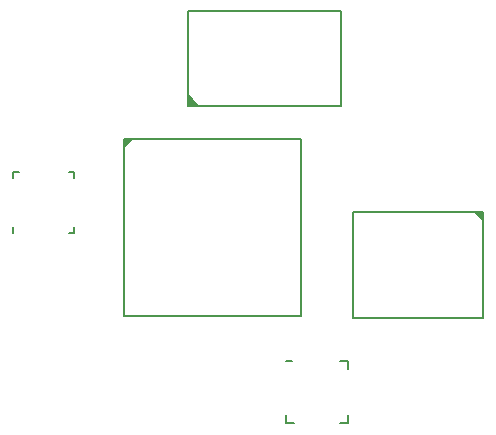
<source format=gbr>
G04 #@! TF.FileFunction,Other,ECO1*
%FSLAX46Y46*%
G04 Gerber Fmt 4.6, Leading zero omitted, Abs format (unit mm)*
G04 Created by KiCad (PCBNEW 4.0.2-stable) date 2016-06-02 02:45:38*
%MOMM*%
G01*
G04 APERTURE LIST*
%ADD10C,0.100000*%
%ADD11C,0.200000*%
G04 APERTURE END LIST*
D10*
D11*
X154000000Y-100900000D02*
X154000000Y-101400000D01*
X159200000Y-101400000D02*
X159200000Y-100900000D01*
X158700000Y-101400000D02*
X159200000Y-101400000D01*
X159200000Y-96600000D02*
X159200000Y-96700000D01*
X159200000Y-96200000D02*
X159200000Y-96600000D01*
X158700000Y-96200000D02*
X159200000Y-96200000D01*
X154000000Y-96200000D02*
X154500000Y-96200000D01*
X154000000Y-96700000D02*
X154000000Y-96200000D01*
X182400000Y-117500000D02*
X182400000Y-116800000D01*
X182400000Y-117500000D02*
X181700000Y-117500000D01*
X177100000Y-117500000D02*
X177800000Y-117500000D01*
X177100000Y-116800000D02*
X177100000Y-117500000D01*
X177100000Y-112200000D02*
X177600000Y-112200000D01*
X182400000Y-112200000D02*
X182400000Y-112900000D01*
X181700000Y-112200000D02*
X182400000Y-112200000D01*
X193800000Y-100300000D02*
X193100000Y-99600000D01*
X193800000Y-100100000D02*
X193300000Y-99600000D01*
X193800000Y-99900000D02*
X193500000Y-99600000D01*
X193800000Y-99600000D02*
X193800000Y-108600000D01*
X182800000Y-99600000D02*
X193800000Y-99600000D01*
X182800000Y-108600000D02*
X182800000Y-99600000D01*
X193800000Y-108600000D02*
X182800000Y-108600000D01*
X168800000Y-89700000D02*
X169700000Y-90600000D01*
X168800000Y-89800000D02*
X168800000Y-89700000D01*
X169600000Y-90600000D02*
X168800000Y-89800000D01*
X168800000Y-90000000D02*
X169600000Y-90600000D01*
X169400000Y-90600000D02*
X168800000Y-90000000D01*
X169300000Y-90600000D02*
X168800000Y-90100000D01*
X168800000Y-90200000D02*
X169000000Y-90600000D01*
X169200000Y-90600000D02*
X168800000Y-90200000D01*
X168800000Y-82600000D02*
X168800000Y-90600000D01*
X181800000Y-82600000D02*
X168800000Y-82600000D01*
X181800000Y-90600000D02*
X181800000Y-82600000D01*
X168800000Y-90600000D02*
X181800000Y-90600000D01*
X163400000Y-94100000D02*
X164100000Y-93400000D01*
X163400000Y-93900000D02*
X163900000Y-93400000D01*
X163600000Y-93500000D02*
X163700000Y-93400000D01*
X163400000Y-93700000D02*
X163600000Y-93500000D01*
X163400000Y-108400000D02*
X178400000Y-108400000D01*
X163400000Y-93400000D02*
X163400000Y-108400000D01*
X178400000Y-93400000D02*
X163400000Y-93400000D01*
X178400000Y-108400000D02*
X178400000Y-93400000D01*
M02*

</source>
